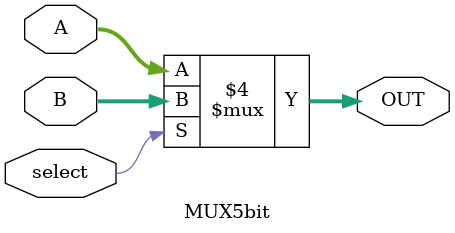
<source format=v>
module MUX(
    input [31:0] A,
    input [31:0] B,
    input select,
    output reg [31:0] OUT
    );
       
    always @(*) begin
        if (select == 0 )
            OUT = A;
        else
            OUT = B;
    end
endmodule

module MUX2(
    input [31:0] A,
    input [31:0] B,
    input [31:0] C,
    input [31:0] D,
    input [1:0] select,
    output reg [31:0] OUT
    );
       
    always @(*) begin
        if (select == 2'd0 )
            OUT = A;
        else if(select == 2'd1)
            OUT = B;
        else if(select == 2'd2)
            OUT = C;
        else if(select == 2'd3)
            OUT = D;
    end
endmodule

module MUX5bit(
    input [4:0] A,
    input [4:0] B,
    input select,
    output reg [4:0] OUT
    );
       
    always @(*) begin
        if (select == 1'd0 )
            OUT = A;
        else
            OUT = B;
    end
endmodule
</source>
